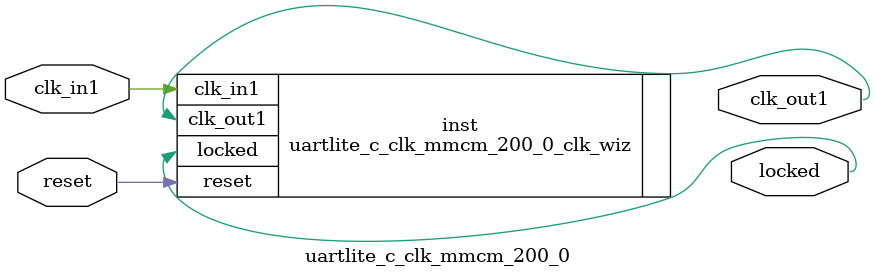
<source format=v>


`timescale 1ps/1ps

(* CORE_GENERATION_INFO = "uartlite_c_clk_mmcm_200_0,clk_wiz_v6_0_14_0_0,{component_name=uartlite_c_clk_mmcm_200_0,use_phase_alignment=false,use_min_o_jitter=false,use_max_i_jitter=false,use_dyn_phase_shift=false,use_inclk_switchover=false,use_dyn_reconfig=false,enable_axi=0,feedback_source=FDBK_AUTO,PRIMITIVE=MMCM,num_out_clk=1,clkin1_period=5.000,clkin2_period=10.0,use_power_down=false,use_reset=true,use_locked=true,use_inclk_stopped=false,feedback_type=SINGLE,CLOCK_MGR_TYPE=NA,manual_override=false}" *)

module uartlite_c_clk_mmcm_200_0 
 (
  // Clock out ports
  output        clk_out1,
  // Status and control signals
  input         reset,
  output        locked,
 // Clock in ports
  input         clk_in1
 );

  uartlite_c_clk_mmcm_200_0_clk_wiz inst
  (
  // Clock out ports  
  .clk_out1(clk_out1),
  // Status and control signals               
  .reset(reset), 
  .locked(locked),
 // Clock in ports
  .clk_in1(clk_in1)
  );

endmodule

</source>
